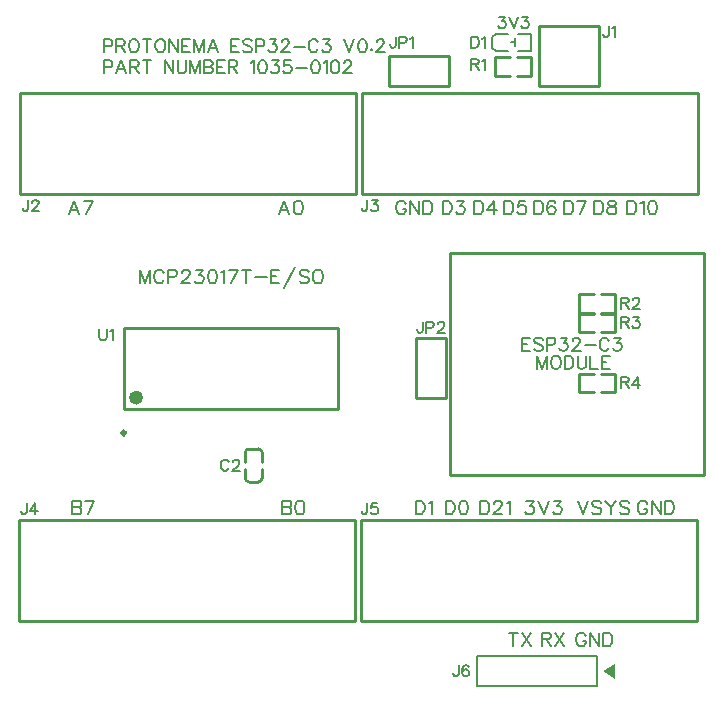
<source format=gto>
G04 Layer: TopSilkscreenLayer*
G04 EasyEDA v6.5.29, 2023-07-20 18:53:58*
G04 ae0c691ece8d4f248acc8e5a997bb802,5a6b42c53f6a479593ecc07194224c93,10*
G04 Gerber Generator version 0.2*
G04 Scale: 100 percent, Rotated: No, Reflected: No *
G04 Dimensions in millimeters *
G04 leading zeros omitted , absolute positions ,4 integer and 5 decimal *
%FSLAX45Y45*%
%MOMM*%

%ADD10C,0.1524*%
%ADD11C,0.2540*%
%ADD12C,0.2032*%
%ADD13C,0.2030*%
%ADD14C,0.1500*%
%ADD15C,0.6000*%
%ADD16C,0.3000*%
%ADD17C,0.0153*%

%LPD*%
D10*
X2991865Y4241037D02*
G01*
X2991865Y4168394D01*
X2987293Y4154678D01*
X2982722Y4150105D01*
X2973577Y4145534D01*
X2964688Y4145534D01*
X2955543Y4150105D01*
X2950972Y4154678D01*
X2946400Y4168394D01*
X2946400Y4177537D01*
X3030981Y4241037D02*
G01*
X3081020Y4241037D01*
X3053588Y4204715D01*
X3067304Y4204715D01*
X3076447Y4200144D01*
X3081020Y4195571D01*
X3085591Y4182110D01*
X3085591Y4172965D01*
X3081020Y4159250D01*
X3071875Y4150105D01*
X3058159Y4145534D01*
X3044697Y4145534D01*
X3030981Y4150105D01*
X3026409Y4154678D01*
X3021838Y4163821D01*
X2991865Y1675637D02*
G01*
X2991865Y1602994D01*
X2987293Y1589278D01*
X2982722Y1584705D01*
X2973577Y1580134D01*
X2964688Y1580134D01*
X2955543Y1584705D01*
X2950972Y1589278D01*
X2946400Y1602994D01*
X2946400Y1612137D01*
X3076447Y1675637D02*
G01*
X3030981Y1675637D01*
X3026409Y1634744D01*
X3030981Y1639315D01*
X3044697Y1643887D01*
X3058159Y1643887D01*
X3071875Y1639315D01*
X3081020Y1630171D01*
X3085591Y1616710D01*
X3085591Y1607565D01*
X3081020Y1593850D01*
X3071875Y1584705D01*
X3058159Y1580134D01*
X3044697Y1580134D01*
X3030981Y1584705D01*
X3026409Y1589278D01*
X3021838Y1598421D01*
X5194300Y4235957D02*
G01*
X5194300Y4121404D01*
X5194300Y4235957D02*
G01*
X5232400Y4235957D01*
X5248909Y4230370D01*
X5259831Y4219447D01*
X5265165Y4208526D01*
X5270754Y4192270D01*
X5270754Y4165092D01*
X5265165Y4148581D01*
X5259831Y4137660D01*
X5248909Y4126737D01*
X5232400Y4121404D01*
X5194300Y4121404D01*
X5306568Y4214113D02*
G01*
X5317490Y4219447D01*
X5334000Y4235957D01*
X5334000Y4121404D01*
X5402579Y4235957D02*
G01*
X5386324Y4230370D01*
X5375402Y4214113D01*
X5369813Y4186681D01*
X5369813Y4170426D01*
X5375402Y4143247D01*
X5386324Y4126737D01*
X5402579Y4121404D01*
X5413502Y4121404D01*
X5430011Y4126737D01*
X5440934Y4143247D01*
X5446268Y4170426D01*
X5446268Y4186681D01*
X5440934Y4214113D01*
X5430011Y4230370D01*
X5413502Y4235957D01*
X5402579Y4235957D01*
X3320288Y4208729D02*
G01*
X3314954Y4219651D01*
X3304031Y4230319D01*
X3293109Y4235907D01*
X3271265Y4235907D01*
X3260343Y4230319D01*
X3249422Y4219651D01*
X3243834Y4208729D01*
X3238500Y4192219D01*
X3238500Y4165041D01*
X3243834Y4148531D01*
X3249422Y4137609D01*
X3260343Y4126687D01*
X3271265Y4121353D01*
X3293109Y4121353D01*
X3304031Y4126687D01*
X3314954Y4137609D01*
X3320288Y4148531D01*
X3320288Y4165041D01*
X3293109Y4165041D02*
G01*
X3320288Y4165041D01*
X3356356Y4235907D02*
G01*
X3356356Y4121353D01*
X3356356Y4235907D02*
G01*
X3432556Y4121353D01*
X3432556Y4235907D02*
G01*
X3432556Y4121353D01*
X3468624Y4235907D02*
G01*
X3468624Y4121353D01*
X3468624Y4235907D02*
G01*
X3506977Y4235907D01*
X3523234Y4230319D01*
X3534156Y4219651D01*
X3539490Y4208729D01*
X3545077Y4192219D01*
X3545077Y4165041D01*
X3539490Y4148531D01*
X3534156Y4137609D01*
X3523234Y4126687D01*
X3506977Y4121353D01*
X3468624Y4121353D01*
X3403600Y1695957D02*
G01*
X3403600Y1581404D01*
X3403600Y1695957D02*
G01*
X3441700Y1695957D01*
X3458209Y1690370D01*
X3469131Y1679447D01*
X3474465Y1668526D01*
X3480054Y1652270D01*
X3480054Y1625092D01*
X3474465Y1608581D01*
X3469131Y1597660D01*
X3458209Y1586737D01*
X3441700Y1581404D01*
X3403600Y1581404D01*
X3515868Y1674113D02*
G01*
X3526790Y1679447D01*
X3543300Y1695957D01*
X3543300Y1581404D01*
X4229100Y578357D02*
G01*
X4229100Y463804D01*
X4191000Y578357D02*
G01*
X4267454Y578357D01*
X4303268Y578357D02*
G01*
X4379722Y463804D01*
X4379722Y578357D02*
G01*
X4303268Y463804D01*
X4470400Y578357D02*
G01*
X4470400Y463804D01*
X4470400Y578357D02*
G01*
X4519422Y578357D01*
X4535931Y572770D01*
X4541265Y567436D01*
X4546854Y556513D01*
X4546854Y545592D01*
X4541265Y534670D01*
X4535931Y529081D01*
X4519422Y523747D01*
X4470400Y523747D01*
X4508500Y523747D02*
G01*
X4546854Y463804D01*
X4582668Y578357D02*
G01*
X4659122Y463804D01*
X4659122Y578357D02*
G01*
X4582668Y463804D01*
X5364988Y1668526D02*
G01*
X5359654Y1679447D01*
X5348731Y1690370D01*
X5337809Y1695957D01*
X5315965Y1695957D01*
X5305043Y1690370D01*
X5294122Y1679447D01*
X5288534Y1668526D01*
X5283200Y1652270D01*
X5283200Y1625092D01*
X5288534Y1608581D01*
X5294122Y1597660D01*
X5305043Y1586737D01*
X5315965Y1581404D01*
X5337809Y1581404D01*
X5348731Y1586737D01*
X5359654Y1597660D01*
X5364988Y1608581D01*
X5364988Y1625092D01*
X5337809Y1625092D02*
G01*
X5364988Y1625092D01*
X5401056Y1695957D02*
G01*
X5401056Y1581404D01*
X5401056Y1695957D02*
G01*
X5477256Y1581404D01*
X5477256Y1695957D02*
G01*
X5477256Y1581404D01*
X5513324Y1695957D02*
G01*
X5513324Y1581404D01*
X5513324Y1695957D02*
G01*
X5551677Y1695957D01*
X5567934Y1690370D01*
X5578856Y1679447D01*
X5584190Y1668526D01*
X5589777Y1652270D01*
X5589777Y1625092D01*
X5584190Y1608581D01*
X5578856Y1597660D01*
X5567934Y1586737D01*
X5551677Y1581404D01*
X5513324Y1581404D01*
X4341622Y1695957D02*
G01*
X4401565Y1695957D01*
X4368800Y1652270D01*
X4385309Y1652270D01*
X4396231Y1646681D01*
X4401565Y1641347D01*
X4407154Y1625092D01*
X4407154Y1614170D01*
X4401565Y1597660D01*
X4390643Y1586737D01*
X4374388Y1581404D01*
X4357877Y1581404D01*
X4341622Y1586737D01*
X4336034Y1592326D01*
X4330700Y1603247D01*
X4442968Y1695957D02*
G01*
X4486656Y1581404D01*
X4530343Y1695957D02*
G01*
X4486656Y1581404D01*
X4577334Y1695957D02*
G01*
X4637277Y1695957D01*
X4604511Y1652270D01*
X4620768Y1652270D01*
X4631690Y1646681D01*
X4637277Y1641347D01*
X4642611Y1625092D01*
X4642611Y1614170D01*
X4637277Y1597660D01*
X4626356Y1586737D01*
X4609845Y1581404D01*
X4593590Y1581404D01*
X4577334Y1586737D01*
X4571745Y1592326D01*
X4566411Y1603247D01*
X4775200Y1695957D02*
G01*
X4818888Y1581404D01*
X4862575Y1695957D02*
G01*
X4818888Y1581404D01*
X4974843Y1679447D02*
G01*
X4963922Y1690370D01*
X4947665Y1695957D01*
X4925822Y1695957D01*
X4909311Y1690370D01*
X4898390Y1679447D01*
X4898390Y1668526D01*
X4903977Y1657604D01*
X4909311Y1652270D01*
X4920234Y1646681D01*
X4953000Y1636013D01*
X4963922Y1630426D01*
X4969256Y1625092D01*
X4974843Y1614170D01*
X4974843Y1597660D01*
X4963922Y1586737D01*
X4947665Y1581404D01*
X4925822Y1581404D01*
X4909311Y1586737D01*
X4898390Y1597660D01*
X5010911Y1695957D02*
G01*
X5054345Y1641347D01*
X5054345Y1581404D01*
X5098034Y1695957D02*
G01*
X5054345Y1641347D01*
X5210556Y1679447D02*
G01*
X5199634Y1690370D01*
X5183124Y1695957D01*
X5161279Y1695957D01*
X5145024Y1690370D01*
X5134102Y1679447D01*
X5134102Y1668526D01*
X5139436Y1657604D01*
X5145024Y1652270D01*
X5155945Y1646681D01*
X5188711Y1636013D01*
X5199634Y1630426D01*
X5204968Y1625092D01*
X5210556Y1614170D01*
X5210556Y1597660D01*
X5199634Y1586737D01*
X5183124Y1581404D01*
X5161279Y1581404D01*
X5145024Y1586737D01*
X5134102Y1597660D01*
X762000Y5423915D02*
G01*
X762000Y5314950D01*
X762000Y5423915D02*
G01*
X808736Y5423915D01*
X824229Y5418836D01*
X829563Y5413502D01*
X834644Y5403087D01*
X834644Y5387594D01*
X829563Y5377179D01*
X824229Y5372100D01*
X808736Y5366765D01*
X762000Y5366765D01*
X910589Y5423915D02*
G01*
X868934Y5314950D01*
X910589Y5423915D02*
G01*
X952245Y5314950D01*
X884681Y5351271D02*
G01*
X936497Y5351271D01*
X986536Y5423915D02*
G01*
X986536Y5314950D01*
X986536Y5423915D02*
G01*
X1033271Y5423915D01*
X1048765Y5418836D01*
X1054100Y5413502D01*
X1059179Y5403087D01*
X1059179Y5392673D01*
X1054100Y5382260D01*
X1048765Y5377179D01*
X1033271Y5372100D01*
X986536Y5372100D01*
X1022857Y5372100D02*
G01*
X1059179Y5314950D01*
X1129792Y5423915D02*
G01*
X1129792Y5314950D01*
X1093470Y5423915D02*
G01*
X1166113Y5423915D01*
X1280413Y5423915D02*
G01*
X1280413Y5314950D01*
X1280413Y5423915D02*
G01*
X1353312Y5314950D01*
X1353312Y5423915D02*
G01*
X1353312Y5314950D01*
X1387602Y5423915D02*
G01*
X1387602Y5345937D01*
X1392681Y5330444D01*
X1403095Y5320029D01*
X1418589Y5314950D01*
X1429004Y5314950D01*
X1444752Y5320029D01*
X1455165Y5330444D01*
X1460245Y5345937D01*
X1460245Y5423915D01*
X1494536Y5423915D02*
G01*
X1494536Y5314950D01*
X1494536Y5423915D02*
G01*
X1536192Y5314950D01*
X1577594Y5423915D02*
G01*
X1536192Y5314950D01*
X1577594Y5423915D02*
G01*
X1577594Y5314950D01*
X1611884Y5423915D02*
G01*
X1611884Y5314950D01*
X1611884Y5423915D02*
G01*
X1658620Y5423915D01*
X1674368Y5418836D01*
X1679447Y5413502D01*
X1684781Y5403087D01*
X1684781Y5392673D01*
X1679447Y5382260D01*
X1674368Y5377179D01*
X1658620Y5372100D01*
X1611884Y5372100D02*
G01*
X1658620Y5372100D01*
X1674368Y5366765D01*
X1679447Y5361686D01*
X1684781Y5351271D01*
X1684781Y5335523D01*
X1679447Y5325110D01*
X1674368Y5320029D01*
X1658620Y5314950D01*
X1611884Y5314950D01*
X1719071Y5423915D02*
G01*
X1719071Y5314950D01*
X1719071Y5423915D02*
G01*
X1786636Y5423915D01*
X1719071Y5372100D02*
G01*
X1760473Y5372100D01*
X1719071Y5314950D02*
G01*
X1786636Y5314950D01*
X1820926Y5423915D02*
G01*
X1820926Y5314950D01*
X1820926Y5423915D02*
G01*
X1867662Y5423915D01*
X1883155Y5418836D01*
X1888489Y5413502D01*
X1893570Y5403087D01*
X1893570Y5392673D01*
X1888489Y5382260D01*
X1883155Y5377179D01*
X1867662Y5372100D01*
X1820926Y5372100D01*
X1857247Y5372100D02*
G01*
X1893570Y5314950D01*
X2007870Y5403087D02*
G01*
X2018284Y5408421D01*
X2033777Y5423915D01*
X2033777Y5314950D01*
X2099309Y5423915D02*
G01*
X2083815Y5418836D01*
X2073402Y5403087D01*
X2068068Y5377179D01*
X2068068Y5361686D01*
X2073402Y5335523D01*
X2083815Y5320029D01*
X2099309Y5314950D01*
X2109724Y5314950D01*
X2125218Y5320029D01*
X2135631Y5335523D01*
X2140965Y5361686D01*
X2140965Y5377179D01*
X2135631Y5403087D01*
X2125218Y5418836D01*
X2109724Y5423915D01*
X2099309Y5423915D01*
X2185670Y5423915D02*
G01*
X2242820Y5423915D01*
X2211577Y5382260D01*
X2227072Y5382260D01*
X2237486Y5377179D01*
X2242820Y5372100D01*
X2247900Y5356352D01*
X2247900Y5345937D01*
X2242820Y5330444D01*
X2232406Y5320029D01*
X2216658Y5314950D01*
X2201163Y5314950D01*
X2185670Y5320029D01*
X2180336Y5325110D01*
X2175256Y5335523D01*
X2344420Y5423915D02*
G01*
X2292604Y5423915D01*
X2287270Y5377179D01*
X2292604Y5382260D01*
X2308097Y5387594D01*
X2323845Y5387594D01*
X2339340Y5382260D01*
X2349754Y5372100D01*
X2354834Y5356352D01*
X2354834Y5345937D01*
X2349754Y5330444D01*
X2339340Y5320029D01*
X2323845Y5314950D01*
X2308097Y5314950D01*
X2292604Y5320029D01*
X2287270Y5325110D01*
X2282190Y5335523D01*
X2389124Y5361686D02*
G01*
X2482850Y5361686D01*
X2548127Y5423915D02*
G01*
X2532634Y5418836D01*
X2522220Y5403087D01*
X2517140Y5377179D01*
X2517140Y5361686D01*
X2522220Y5335523D01*
X2532634Y5320029D01*
X2548127Y5314950D01*
X2558541Y5314950D01*
X2574290Y5320029D01*
X2584450Y5335523D01*
X2589784Y5361686D01*
X2589784Y5377179D01*
X2584450Y5403087D01*
X2574290Y5418836D01*
X2558541Y5423915D01*
X2548127Y5423915D01*
X2624074Y5403087D02*
G01*
X2634488Y5408421D01*
X2649981Y5423915D01*
X2649981Y5314950D01*
X2715513Y5423915D02*
G01*
X2700020Y5418836D01*
X2689606Y5403087D01*
X2684272Y5377179D01*
X2684272Y5361686D01*
X2689606Y5335523D01*
X2700020Y5320029D01*
X2715513Y5314950D01*
X2725927Y5314950D01*
X2741422Y5320029D01*
X2751836Y5335523D01*
X2757170Y5361686D01*
X2757170Y5377179D01*
X2751836Y5403087D01*
X2741422Y5418836D01*
X2725927Y5423915D01*
X2715513Y5423915D01*
X2796540Y5398007D02*
G01*
X2796540Y5403087D01*
X2801620Y5413502D01*
X2806954Y5418836D01*
X2817368Y5423915D01*
X2838195Y5423915D01*
X2848609Y5418836D01*
X2853690Y5413502D01*
X2858770Y5403087D01*
X2858770Y5392673D01*
X2853690Y5382260D01*
X2843275Y5366765D01*
X2791459Y5314950D01*
X2864104Y5314950D01*
X762000Y5601715D02*
G01*
X762000Y5492750D01*
X762000Y5601715D02*
G01*
X808736Y5601715D01*
X824229Y5596636D01*
X829563Y5591302D01*
X834644Y5580887D01*
X834644Y5565394D01*
X829563Y5554979D01*
X824229Y5549900D01*
X808736Y5544565D01*
X762000Y5544565D01*
X868934Y5601715D02*
G01*
X868934Y5492750D01*
X868934Y5601715D02*
G01*
X915670Y5601715D01*
X931418Y5596636D01*
X936497Y5591302D01*
X941831Y5580887D01*
X941831Y5570473D01*
X936497Y5560060D01*
X931418Y5554979D01*
X915670Y5549900D01*
X868934Y5549900D01*
X905510Y5549900D02*
G01*
X941831Y5492750D01*
X1007110Y5601715D02*
G01*
X996950Y5596636D01*
X986536Y5586221D01*
X981202Y5575807D01*
X976121Y5560060D01*
X976121Y5534152D01*
X981202Y5518657D01*
X986536Y5508244D01*
X996950Y5497829D01*
X1007110Y5492750D01*
X1027937Y5492750D01*
X1038352Y5497829D01*
X1048765Y5508244D01*
X1054100Y5518657D01*
X1059179Y5534152D01*
X1059179Y5560060D01*
X1054100Y5575807D01*
X1048765Y5586221D01*
X1038352Y5596636D01*
X1027937Y5601715D01*
X1007110Y5601715D01*
X1129792Y5601715D02*
G01*
X1129792Y5492750D01*
X1093470Y5601715D02*
G01*
X1166113Y5601715D01*
X1231645Y5601715D02*
G01*
X1221231Y5596636D01*
X1210818Y5586221D01*
X1205737Y5575807D01*
X1200404Y5560060D01*
X1200404Y5534152D01*
X1205737Y5518657D01*
X1210818Y5508244D01*
X1221231Y5497829D01*
X1231645Y5492750D01*
X1252473Y5492750D01*
X1262887Y5497829D01*
X1273302Y5508244D01*
X1278381Y5518657D01*
X1283715Y5534152D01*
X1283715Y5560060D01*
X1278381Y5575807D01*
X1273302Y5586221D01*
X1262887Y5596636D01*
X1252473Y5601715D01*
X1231645Y5601715D01*
X1318005Y5601715D02*
G01*
X1318005Y5492750D01*
X1318005Y5601715D02*
G01*
X1390650Y5492750D01*
X1390650Y5601715D02*
G01*
X1390650Y5492750D01*
X1424939Y5601715D02*
G01*
X1424939Y5492750D01*
X1424939Y5601715D02*
G01*
X1492504Y5601715D01*
X1424939Y5549900D02*
G01*
X1466595Y5549900D01*
X1424939Y5492750D02*
G01*
X1492504Y5492750D01*
X1526794Y5601715D02*
G01*
X1526794Y5492750D01*
X1526794Y5601715D02*
G01*
X1568450Y5492750D01*
X1609852Y5601715D02*
G01*
X1568450Y5492750D01*
X1609852Y5601715D02*
G01*
X1609852Y5492750D01*
X1685797Y5601715D02*
G01*
X1644142Y5492750D01*
X1685797Y5601715D02*
G01*
X1727200Y5492750D01*
X1659889Y5529071D02*
G01*
X1711705Y5529071D01*
X1841500Y5601715D02*
G01*
X1841500Y5492750D01*
X1841500Y5601715D02*
G01*
X1909063Y5601715D01*
X1841500Y5549900D02*
G01*
X1883155Y5549900D01*
X1841500Y5492750D02*
G01*
X1909063Y5492750D01*
X2016252Y5586221D02*
G01*
X2005838Y5596636D01*
X1990090Y5601715D01*
X1969515Y5601715D01*
X1953768Y5596636D01*
X1943354Y5586221D01*
X1943354Y5575807D01*
X1948688Y5565394D01*
X1953768Y5560060D01*
X1964181Y5554979D01*
X1995424Y5544565D01*
X2005838Y5539486D01*
X2010918Y5534152D01*
X2016252Y5523737D01*
X2016252Y5508244D01*
X2005838Y5497829D01*
X1990090Y5492750D01*
X1969515Y5492750D01*
X1953768Y5497829D01*
X1943354Y5508244D01*
X2050541Y5601715D02*
G01*
X2050541Y5492750D01*
X2050541Y5601715D02*
G01*
X2097277Y5601715D01*
X2112772Y5596636D01*
X2118106Y5591302D01*
X2123186Y5580887D01*
X2123186Y5565394D01*
X2118106Y5554979D01*
X2112772Y5549900D01*
X2097277Y5544565D01*
X2050541Y5544565D01*
X2167890Y5601715D02*
G01*
X2225040Y5601715D01*
X2193797Y5560060D01*
X2209545Y5560060D01*
X2219959Y5554979D01*
X2225040Y5549900D01*
X2230120Y5534152D01*
X2230120Y5523737D01*
X2225040Y5508244D01*
X2214625Y5497829D01*
X2199131Y5492750D01*
X2183384Y5492750D01*
X2167890Y5497829D01*
X2162809Y5502910D01*
X2157475Y5513323D01*
X2269743Y5575807D02*
G01*
X2269743Y5580887D01*
X2274824Y5591302D01*
X2280158Y5596636D01*
X2290572Y5601715D01*
X2311400Y5601715D01*
X2321559Y5596636D01*
X2326893Y5591302D01*
X2331974Y5580887D01*
X2331974Y5570473D01*
X2326893Y5560060D01*
X2316479Y5544565D01*
X2264409Y5492750D01*
X2337308Y5492750D01*
X2371597Y5539486D02*
G01*
X2465070Y5539486D01*
X2577338Y5575807D02*
G01*
X2572004Y5586221D01*
X2561590Y5596636D01*
X2551429Y5601715D01*
X2530602Y5601715D01*
X2520188Y5596636D01*
X2509774Y5586221D01*
X2504440Y5575807D01*
X2499359Y5560060D01*
X2499359Y5534152D01*
X2504440Y5518657D01*
X2509774Y5508244D01*
X2520188Y5497829D01*
X2530602Y5492750D01*
X2551429Y5492750D01*
X2561590Y5497829D01*
X2572004Y5508244D01*
X2577338Y5518657D01*
X2622041Y5601715D02*
G01*
X2679191Y5601715D01*
X2647950Y5560060D01*
X2663443Y5560060D01*
X2673858Y5554979D01*
X2679191Y5549900D01*
X2684272Y5534152D01*
X2684272Y5523737D01*
X2679191Y5508244D01*
X2668777Y5497829D01*
X2653029Y5492750D01*
X2637536Y5492750D01*
X2622041Y5497829D01*
X2616708Y5502910D01*
X2611627Y5513323D01*
X2798572Y5601715D02*
G01*
X2840227Y5492750D01*
X2881629Y5601715D02*
G01*
X2840227Y5492750D01*
X2947161Y5601715D02*
G01*
X2931668Y5596636D01*
X2921254Y5580887D01*
X2915920Y5554979D01*
X2915920Y5539486D01*
X2921254Y5513323D01*
X2931668Y5497829D01*
X2947161Y5492750D01*
X2957575Y5492750D01*
X2973070Y5497829D01*
X2983484Y5513323D01*
X2988818Y5539486D01*
X2988818Y5554979D01*
X2983484Y5580887D01*
X2973070Y5596636D01*
X2957575Y5601715D01*
X2947161Y5601715D01*
X3028188Y5518657D02*
G01*
X3023108Y5513323D01*
X3028188Y5508244D01*
X3033522Y5513323D01*
X3028188Y5518657D01*
X3072891Y5575807D02*
G01*
X3072891Y5580887D01*
X3078225Y5591302D01*
X3083306Y5596636D01*
X3093720Y5601715D01*
X3114547Y5601715D01*
X3124961Y5596636D01*
X3130041Y5591302D01*
X3135375Y5580887D01*
X3135375Y5570473D01*
X3130041Y5560060D01*
X3119627Y5544565D01*
X3067811Y5492750D01*
X3140456Y5492750D01*
X4111243Y5790437D02*
G01*
X4161281Y5790437D01*
X4133850Y5754115D01*
X4147565Y5754115D01*
X4156709Y5749544D01*
X4161281Y5744971D01*
X4165854Y5731510D01*
X4165854Y5722365D01*
X4161281Y5708650D01*
X4152138Y5699505D01*
X4138422Y5694934D01*
X4124706Y5694934D01*
X4111243Y5699505D01*
X4106672Y5704078D01*
X4102100Y5713221D01*
X4195825Y5790437D02*
G01*
X4232147Y5694934D01*
X4268470Y5790437D02*
G01*
X4232147Y5694934D01*
X4307586Y5790437D02*
G01*
X4357624Y5790437D01*
X4330191Y5754115D01*
X4343908Y5754115D01*
X4353052Y5749544D01*
X4357624Y5744971D01*
X4362195Y5731510D01*
X4362195Y5722365D01*
X4357624Y5708650D01*
X4348479Y5699505D01*
X4334763Y5694934D01*
X4321302Y5694934D01*
X4307586Y5699505D01*
X4303013Y5704078D01*
X4298441Y5713221D01*
X4844288Y550926D02*
G01*
X4838954Y561847D01*
X4828031Y572770D01*
X4817109Y578357D01*
X4795265Y578357D01*
X4784343Y572770D01*
X4773422Y561847D01*
X4767834Y550926D01*
X4762500Y534670D01*
X4762500Y507492D01*
X4767834Y490981D01*
X4773422Y480060D01*
X4784343Y469137D01*
X4795265Y463804D01*
X4817109Y463804D01*
X4828031Y469137D01*
X4838954Y480060D01*
X4844288Y490981D01*
X4844288Y507492D01*
X4817109Y507492D02*
G01*
X4844288Y507492D01*
X4880356Y578357D02*
G01*
X4880356Y463804D01*
X4880356Y578357D02*
G01*
X4956556Y463804D01*
X4956556Y578357D02*
G01*
X4956556Y463804D01*
X4992624Y578357D02*
G01*
X4992624Y463804D01*
X4992624Y578357D02*
G01*
X5030977Y578357D01*
X5047234Y572770D01*
X5058156Y561847D01*
X5063490Y550926D01*
X5069077Y534670D01*
X5069077Y507492D01*
X5063490Y490981D01*
X5058156Y480060D01*
X5047234Y469137D01*
X5030977Y463804D01*
X4992624Y463804D01*
X5036565Y5714237D02*
G01*
X5036565Y5641594D01*
X5031993Y5627878D01*
X5027422Y5623305D01*
X5018277Y5618734D01*
X5009388Y5618734D01*
X5000243Y5623305D01*
X4995672Y5627878D01*
X4991100Y5641594D01*
X4991100Y5650737D01*
X5066538Y5696204D02*
G01*
X5075681Y5700776D01*
X5089397Y5714237D01*
X5089397Y5618734D01*
X3233165Y5625337D02*
G01*
X3233165Y5552694D01*
X3228593Y5538978D01*
X3224022Y5534405D01*
X3214877Y5529834D01*
X3205988Y5529834D01*
X3196843Y5534405D01*
X3192272Y5538978D01*
X3187700Y5552694D01*
X3187700Y5561837D01*
X3263138Y5625337D02*
G01*
X3263138Y5529834D01*
X3263138Y5625337D02*
G01*
X3304031Y5625337D01*
X3317747Y5620765D01*
X3322320Y5616194D01*
X3326891Y5607304D01*
X3326891Y5593587D01*
X3322320Y5584444D01*
X3317747Y5579871D01*
X3304031Y5575300D01*
X3263138Y5575300D01*
X3356863Y5607304D02*
G01*
X3366008Y5611876D01*
X3379470Y5625337D01*
X3379470Y5529834D01*
X3632200Y4235957D02*
G01*
X3632200Y4121404D01*
X3632200Y4235957D02*
G01*
X3670300Y4235957D01*
X3686809Y4230370D01*
X3697731Y4219447D01*
X3703065Y4208526D01*
X3708654Y4192270D01*
X3708654Y4165092D01*
X3703065Y4148581D01*
X3697731Y4137660D01*
X3686809Y4126737D01*
X3670300Y4121404D01*
X3632200Y4121404D01*
X3755390Y4235957D02*
G01*
X3815588Y4235957D01*
X3782822Y4192270D01*
X3799077Y4192270D01*
X3810000Y4186681D01*
X3815588Y4181347D01*
X3820922Y4165092D01*
X3820922Y4154170D01*
X3815588Y4137660D01*
X3804665Y4126737D01*
X3788156Y4121404D01*
X3771900Y4121404D01*
X3755390Y4126737D01*
X3750056Y4132326D01*
X3744468Y4143247D01*
X3657600Y1695957D02*
G01*
X3657600Y1581404D01*
X3657600Y1695957D02*
G01*
X3695700Y1695957D01*
X3712209Y1690370D01*
X3723131Y1679447D01*
X3728465Y1668526D01*
X3734054Y1652270D01*
X3734054Y1625092D01*
X3728465Y1608581D01*
X3723131Y1597660D01*
X3712209Y1586737D01*
X3695700Y1581404D01*
X3657600Y1581404D01*
X3802634Y1695957D02*
G01*
X3786377Y1690370D01*
X3775456Y1674113D01*
X3769868Y1646681D01*
X3769868Y1630426D01*
X3775456Y1603247D01*
X3786377Y1586737D01*
X3802634Y1581404D01*
X3813556Y1581404D01*
X3830065Y1586737D01*
X3840988Y1603247D01*
X3846322Y1630426D01*
X3846322Y1646681D01*
X3840988Y1674113D01*
X3830065Y1690370D01*
X3813556Y1695957D01*
X3802634Y1695957D01*
X3949700Y1695957D02*
G01*
X3949700Y1581404D01*
X3949700Y1695957D02*
G01*
X3987800Y1695957D01*
X4004309Y1690370D01*
X4015231Y1679447D01*
X4020565Y1668526D01*
X4026154Y1652270D01*
X4026154Y1625092D01*
X4020565Y1608581D01*
X4015231Y1597660D01*
X4004309Y1586737D01*
X3987800Y1581404D01*
X3949700Y1581404D01*
X4067556Y1668526D02*
G01*
X4067556Y1674113D01*
X4072890Y1685036D01*
X4078477Y1690370D01*
X4089400Y1695957D01*
X4111243Y1695957D01*
X4122165Y1690370D01*
X4127500Y1685036D01*
X4133088Y1674113D01*
X4133088Y1663192D01*
X4127500Y1652270D01*
X4116577Y1636013D01*
X4061968Y1581404D01*
X4138422Y1581404D01*
X4174490Y1674113D02*
G01*
X4185411Y1679447D01*
X4201668Y1695957D01*
X4201668Y1581404D01*
X4914900Y4235957D02*
G01*
X4914900Y4121404D01*
X4914900Y4235957D02*
G01*
X4953000Y4235957D01*
X4969509Y4230370D01*
X4980431Y4219447D01*
X4985765Y4208526D01*
X4991354Y4192270D01*
X4991354Y4165092D01*
X4985765Y4148581D01*
X4980431Y4137660D01*
X4969509Y4126737D01*
X4953000Y4121404D01*
X4914900Y4121404D01*
X5054600Y4235957D02*
G01*
X5038090Y4230370D01*
X5032756Y4219447D01*
X5032756Y4208526D01*
X5038090Y4197604D01*
X5049011Y4192270D01*
X5070856Y4186681D01*
X5087365Y4181347D01*
X5098288Y4170426D01*
X5103622Y4159504D01*
X5103622Y4143247D01*
X5098288Y4132326D01*
X5092700Y4126737D01*
X5076443Y4121404D01*
X5054600Y4121404D01*
X5038090Y4126737D01*
X5032756Y4132326D01*
X5027168Y4143247D01*
X5027168Y4159504D01*
X5032756Y4170426D01*
X5043677Y4181347D01*
X5059934Y4186681D01*
X5081777Y4192270D01*
X5092700Y4197604D01*
X5098288Y4208526D01*
X5098288Y4219447D01*
X5092700Y4230370D01*
X5076443Y4235957D01*
X5054600Y4235957D01*
X4660900Y4235957D02*
G01*
X4660900Y4121404D01*
X4660900Y4235957D02*
G01*
X4699000Y4235957D01*
X4715509Y4230370D01*
X4726431Y4219447D01*
X4731765Y4208526D01*
X4737354Y4192270D01*
X4737354Y4165092D01*
X4731765Y4148581D01*
X4726431Y4137660D01*
X4715509Y4126737D01*
X4699000Y4121404D01*
X4660900Y4121404D01*
X4849622Y4235957D02*
G01*
X4795011Y4121404D01*
X4773168Y4235957D02*
G01*
X4849622Y4235957D01*
X4406900Y4235957D02*
G01*
X4406900Y4121404D01*
X4406900Y4235957D02*
G01*
X4445000Y4235957D01*
X4461509Y4230370D01*
X4472431Y4219447D01*
X4477765Y4208526D01*
X4483354Y4192270D01*
X4483354Y4165092D01*
X4477765Y4148581D01*
X4472431Y4137660D01*
X4461509Y4126737D01*
X4445000Y4121404D01*
X4406900Y4121404D01*
X4584700Y4219447D02*
G01*
X4579365Y4230370D01*
X4562856Y4235957D01*
X4551934Y4235957D01*
X4535677Y4230370D01*
X4524756Y4214113D01*
X4519168Y4186681D01*
X4519168Y4159504D01*
X4524756Y4137660D01*
X4535677Y4126737D01*
X4551934Y4121404D01*
X4557522Y4121404D01*
X4573777Y4126737D01*
X4584700Y4137660D01*
X4590288Y4154170D01*
X4590288Y4159504D01*
X4584700Y4176013D01*
X4573777Y4186681D01*
X4557522Y4192270D01*
X4551934Y4192270D01*
X4535677Y4186681D01*
X4524756Y4176013D01*
X4519168Y4159504D01*
X4152900Y4235957D02*
G01*
X4152900Y4121404D01*
X4152900Y4235957D02*
G01*
X4191000Y4235957D01*
X4207509Y4230370D01*
X4218431Y4219447D01*
X4223765Y4208526D01*
X4229354Y4192270D01*
X4229354Y4165092D01*
X4223765Y4148581D01*
X4218431Y4137660D01*
X4207509Y4126737D01*
X4191000Y4121404D01*
X4152900Y4121404D01*
X4330700Y4235957D02*
G01*
X4276090Y4235957D01*
X4270756Y4186681D01*
X4276090Y4192270D01*
X4292600Y4197604D01*
X4308856Y4197604D01*
X4325365Y4192270D01*
X4336288Y4181347D01*
X4341622Y4165092D01*
X4341622Y4154170D01*
X4336288Y4137660D01*
X4325365Y4126737D01*
X4308856Y4121404D01*
X4292600Y4121404D01*
X4276090Y4126737D01*
X4270756Y4132326D01*
X4265168Y4143247D01*
X3898900Y4235957D02*
G01*
X3898900Y4121404D01*
X3898900Y4235957D02*
G01*
X3937000Y4235957D01*
X3953509Y4230370D01*
X3964431Y4219447D01*
X3969765Y4208526D01*
X3975354Y4192270D01*
X3975354Y4165092D01*
X3969765Y4148581D01*
X3964431Y4137660D01*
X3953509Y4126737D01*
X3937000Y4121404D01*
X3898900Y4121404D01*
X4065777Y4235957D02*
G01*
X4011168Y4159504D01*
X4092956Y4159504D01*
X4065777Y4235957D02*
G01*
X4065777Y4121404D01*
X4305300Y3074415D02*
G01*
X4305300Y2965450D01*
X4305300Y3074415D02*
G01*
X4372863Y3074415D01*
X4305300Y3022600D02*
G01*
X4346956Y3022600D01*
X4305300Y2965450D02*
G01*
X4372863Y2965450D01*
X4479797Y3058921D02*
G01*
X4469384Y3069336D01*
X4453890Y3074415D01*
X4433061Y3074415D01*
X4417568Y3069336D01*
X4407154Y3058921D01*
X4407154Y3048507D01*
X4412234Y3038094D01*
X4417568Y3032760D01*
X4427981Y3027679D01*
X4458970Y3017265D01*
X4469384Y3012186D01*
X4474718Y3006852D01*
X4479797Y2996437D01*
X4479797Y2980944D01*
X4469384Y2970529D01*
X4453890Y2965450D01*
X4433061Y2965450D01*
X4417568Y2970529D01*
X4407154Y2980944D01*
X4514088Y3074415D02*
G01*
X4514088Y2965450D01*
X4514088Y3074415D02*
G01*
X4560824Y3074415D01*
X4576572Y3069336D01*
X4581652Y3064002D01*
X4586986Y3053587D01*
X4586986Y3038094D01*
X4581652Y3027679D01*
X4576572Y3022600D01*
X4560824Y3017265D01*
X4514088Y3017265D01*
X4631690Y3074415D02*
G01*
X4688840Y3074415D01*
X4657597Y3032760D01*
X4673091Y3032760D01*
X4683506Y3027679D01*
X4688840Y3022600D01*
X4693920Y3006852D01*
X4693920Y2996437D01*
X4688840Y2980944D01*
X4678425Y2970529D01*
X4662677Y2965450D01*
X4647184Y2965450D01*
X4631690Y2970529D01*
X4626356Y2975610D01*
X4621275Y2986023D01*
X4733290Y3048507D02*
G01*
X4733290Y3053587D01*
X4738624Y3064002D01*
X4743704Y3069336D01*
X4754118Y3074415D01*
X4774945Y3074415D01*
X4785359Y3069336D01*
X4790440Y3064002D01*
X4795774Y3053587D01*
X4795774Y3043173D01*
X4790440Y3032760D01*
X4780279Y3017265D01*
X4728209Y2965450D01*
X4800854Y2965450D01*
X4835143Y3012186D02*
G01*
X4928870Y3012186D01*
X5040884Y3048507D02*
G01*
X5035804Y3058921D01*
X5025390Y3069336D01*
X5014975Y3074415D01*
X4994147Y3074415D01*
X4983734Y3069336D01*
X4973320Y3058921D01*
X4968240Y3048507D01*
X4963159Y3032760D01*
X4963159Y3006852D01*
X4968240Y2991357D01*
X4973320Y2980944D01*
X4983734Y2970529D01*
X4994147Y2965450D01*
X5014975Y2965450D01*
X5025390Y2970529D01*
X5035804Y2980944D01*
X5040884Y2991357D01*
X5085588Y3074415D02*
G01*
X5142738Y3074415D01*
X5111750Y3032760D01*
X5127243Y3032760D01*
X5137658Y3027679D01*
X5142738Y3022600D01*
X5148072Y3006852D01*
X5148072Y2996437D01*
X5142738Y2980944D01*
X5132324Y2970529D01*
X5116829Y2965450D01*
X5101336Y2965450D01*
X5085588Y2970529D01*
X5080508Y2975610D01*
X5075174Y2986023D01*
X4432300Y2922015D02*
G01*
X4432300Y2813050D01*
X4432300Y2922015D02*
G01*
X4473956Y2813050D01*
X4515358Y2922015D02*
G01*
X4473956Y2813050D01*
X4515358Y2922015D02*
G01*
X4515358Y2813050D01*
X4580890Y2922015D02*
G01*
X4570475Y2916936D01*
X4560061Y2906521D01*
X4554981Y2896107D01*
X4549647Y2880360D01*
X4549647Y2854452D01*
X4554981Y2838957D01*
X4560061Y2828544D01*
X4570475Y2818129D01*
X4580890Y2813050D01*
X4601718Y2813050D01*
X4612131Y2818129D01*
X4622545Y2828544D01*
X4627625Y2838957D01*
X4632959Y2854452D01*
X4632959Y2880360D01*
X4627625Y2896107D01*
X4622545Y2906521D01*
X4612131Y2916936D01*
X4601718Y2922015D01*
X4580890Y2922015D01*
X4667250Y2922015D02*
G01*
X4667250Y2813050D01*
X4667250Y2922015D02*
G01*
X4703572Y2922015D01*
X4719065Y2916936D01*
X4729479Y2906521D01*
X4734559Y2896107D01*
X4739893Y2880360D01*
X4739893Y2854452D01*
X4734559Y2838957D01*
X4729479Y2828544D01*
X4719065Y2818129D01*
X4703572Y2813050D01*
X4667250Y2813050D01*
X4774184Y2922015D02*
G01*
X4774184Y2844037D01*
X4779263Y2828544D01*
X4789677Y2818129D01*
X4805425Y2813050D01*
X4815840Y2813050D01*
X4831334Y2818129D01*
X4841747Y2828544D01*
X4846827Y2844037D01*
X4846827Y2922015D01*
X4881118Y2922015D02*
G01*
X4881118Y2813050D01*
X4881118Y2813050D02*
G01*
X4943602Y2813050D01*
X4977891Y2922015D02*
G01*
X4977891Y2813050D01*
X4977891Y2922015D02*
G01*
X5045456Y2922015D01*
X4977891Y2870200D02*
G01*
X5019293Y2870200D01*
X4977891Y2813050D02*
G01*
X5045456Y2813050D01*
X495300Y1695957D02*
G01*
X495300Y1581404D01*
X495300Y1695957D02*
G01*
X544321Y1695957D01*
X560831Y1690370D01*
X566165Y1685036D01*
X571754Y1674113D01*
X571754Y1663192D01*
X566165Y1652270D01*
X560831Y1646681D01*
X544321Y1641347D01*
X495300Y1641347D02*
G01*
X544321Y1641347D01*
X560831Y1636013D01*
X566165Y1630426D01*
X571754Y1619504D01*
X571754Y1603247D01*
X566165Y1592326D01*
X560831Y1586737D01*
X544321Y1581404D01*
X495300Y1581404D01*
X684021Y1695957D02*
G01*
X629412Y1581404D01*
X607568Y1695957D02*
G01*
X684021Y1695957D01*
X108965Y1675637D02*
G01*
X108965Y1602994D01*
X104394Y1589278D01*
X99821Y1584705D01*
X90678Y1580134D01*
X81787Y1580134D01*
X72644Y1584705D01*
X68071Y1589278D01*
X63500Y1602994D01*
X63500Y1612137D01*
X184404Y1675637D02*
G01*
X138937Y1612137D01*
X207010Y1612137D01*
X184404Y1675637D02*
G01*
X184404Y1580134D01*
X2273300Y1695957D02*
G01*
X2273300Y1581404D01*
X2273300Y1695957D02*
G01*
X2322322Y1695957D01*
X2338831Y1690370D01*
X2344165Y1685036D01*
X2349754Y1674113D01*
X2349754Y1663192D01*
X2344165Y1652270D01*
X2338831Y1646681D01*
X2322322Y1641347D01*
X2273300Y1641347D02*
G01*
X2322322Y1641347D01*
X2338831Y1636013D01*
X2344165Y1630426D01*
X2349754Y1619504D01*
X2349754Y1603247D01*
X2344165Y1592326D01*
X2338831Y1586737D01*
X2322322Y1581404D01*
X2273300Y1581404D01*
X2418334Y1695957D02*
G01*
X2402077Y1690370D01*
X2391156Y1674113D01*
X2385568Y1646681D01*
X2385568Y1630426D01*
X2391156Y1603247D01*
X2402077Y1586737D01*
X2418334Y1581404D01*
X2429256Y1581404D01*
X2445765Y1586737D01*
X2456688Y1603247D01*
X2462022Y1630426D01*
X2462022Y1646681D01*
X2456688Y1674113D01*
X2445765Y1690370D01*
X2429256Y1695957D01*
X2418334Y1695957D01*
X3461765Y3212337D02*
G01*
X3461765Y3139694D01*
X3457193Y3125978D01*
X3452622Y3121405D01*
X3443477Y3116834D01*
X3434588Y3116834D01*
X3425443Y3121405D01*
X3420872Y3125978D01*
X3416300Y3139694D01*
X3416300Y3148837D01*
X3491738Y3212337D02*
G01*
X3491738Y3116834D01*
X3491738Y3212337D02*
G01*
X3532631Y3212337D01*
X3546347Y3207765D01*
X3550920Y3203194D01*
X3555491Y3194304D01*
X3555491Y3180587D01*
X3550920Y3171444D01*
X3546347Y3166871D01*
X3532631Y3162300D01*
X3491738Y3162300D01*
X3590036Y3189731D02*
G01*
X3590036Y3194304D01*
X3594608Y3203194D01*
X3598925Y3207765D01*
X3608070Y3212337D01*
X3626358Y3212337D01*
X3635502Y3207765D01*
X3639820Y3203194D01*
X3644391Y3194304D01*
X3644391Y3185160D01*
X3639820Y3176015D01*
X3630929Y3162300D01*
X3585463Y3116834D01*
X3648963Y3116834D01*
X1066800Y3651757D02*
G01*
X1066800Y3537204D01*
X1066800Y3651757D02*
G01*
X1110487Y3537204D01*
X1154176Y3651757D02*
G01*
X1110487Y3537204D01*
X1154176Y3651757D02*
G01*
X1154176Y3537204D01*
X1271778Y3624326D02*
G01*
X1266444Y3635247D01*
X1255521Y3646170D01*
X1244600Y3651757D01*
X1222755Y3651757D01*
X1211834Y3646170D01*
X1200912Y3635247D01*
X1195578Y3624326D01*
X1189989Y3608070D01*
X1189989Y3580892D01*
X1195578Y3564381D01*
X1200912Y3553460D01*
X1211834Y3542537D01*
X1222755Y3537204D01*
X1244600Y3537204D01*
X1255521Y3542537D01*
X1266444Y3553460D01*
X1271778Y3564381D01*
X1307845Y3651757D02*
G01*
X1307845Y3537204D01*
X1307845Y3651757D02*
G01*
X1356868Y3651757D01*
X1373378Y3646170D01*
X1378712Y3640836D01*
X1384300Y3629913D01*
X1384300Y3613404D01*
X1378712Y3602481D01*
X1373378Y3597147D01*
X1356868Y3591813D01*
X1307845Y3591813D01*
X1425702Y3624326D02*
G01*
X1425702Y3629913D01*
X1431036Y3640836D01*
X1436623Y3646170D01*
X1447545Y3651757D01*
X1469389Y3651757D01*
X1480312Y3646170D01*
X1485645Y3640836D01*
X1491234Y3629913D01*
X1491234Y3618992D01*
X1485645Y3608070D01*
X1474723Y3591813D01*
X1420368Y3537204D01*
X1496568Y3537204D01*
X1543557Y3651757D02*
G01*
X1603502Y3651757D01*
X1570736Y3608070D01*
X1587245Y3608070D01*
X1598168Y3602481D01*
X1603502Y3597147D01*
X1609089Y3580892D01*
X1609089Y3569970D01*
X1603502Y3553460D01*
X1592579Y3542537D01*
X1576323Y3537204D01*
X1559813Y3537204D01*
X1543557Y3542537D01*
X1537970Y3548126D01*
X1532636Y3559047D01*
X1677670Y3651757D02*
G01*
X1661413Y3646170D01*
X1650492Y3629913D01*
X1644904Y3602481D01*
X1644904Y3586226D01*
X1650492Y3559047D01*
X1661413Y3542537D01*
X1677670Y3537204D01*
X1688592Y3537204D01*
X1705102Y3542537D01*
X1715770Y3559047D01*
X1721357Y3586226D01*
X1721357Y3602481D01*
X1715770Y3629913D01*
X1705102Y3646170D01*
X1688592Y3651757D01*
X1677670Y3651757D01*
X1757426Y3629913D02*
G01*
X1768347Y3635247D01*
X1784604Y3651757D01*
X1784604Y3537204D01*
X1896871Y3651757D02*
G01*
X1842515Y3537204D01*
X1820671Y3651757D02*
G01*
X1896871Y3651757D01*
X1971040Y3651757D02*
G01*
X1971040Y3537204D01*
X1932940Y3651757D02*
G01*
X2009393Y3651757D01*
X2045461Y3586226D02*
G01*
X2143506Y3586226D01*
X2179574Y3651757D02*
G01*
X2179574Y3537204D01*
X2179574Y3651757D02*
G01*
X2250440Y3651757D01*
X2179574Y3597147D02*
G01*
X2223261Y3597147D01*
X2179574Y3537204D02*
G01*
X2250440Y3537204D01*
X2384552Y3673602D02*
G01*
X2286508Y3498850D01*
X2497074Y3635247D02*
G01*
X2486152Y3646170D01*
X2469641Y3651757D01*
X2447797Y3651757D01*
X2431541Y3646170D01*
X2420620Y3635247D01*
X2420620Y3624326D01*
X2425954Y3613404D01*
X2431541Y3608070D01*
X2442463Y3602481D01*
X2475229Y3591813D01*
X2486152Y3586226D01*
X2491486Y3580892D01*
X2497074Y3569970D01*
X2497074Y3553460D01*
X2486152Y3542537D01*
X2469641Y3537204D01*
X2447797Y3537204D01*
X2431541Y3542537D01*
X2420620Y3553460D01*
X2565654Y3651757D02*
G01*
X2554731Y3646170D01*
X2543809Y3635247D01*
X2538475Y3624326D01*
X2532888Y3608070D01*
X2532888Y3580892D01*
X2538475Y3564381D01*
X2543809Y3553460D01*
X2554731Y3542537D01*
X2565654Y3537204D01*
X2587497Y3537204D01*
X2598420Y3542537D01*
X2609341Y3553460D01*
X2614675Y3564381D01*
X2620263Y3580892D01*
X2620263Y3608070D01*
X2614675Y3624326D01*
X2609341Y3635247D01*
X2598420Y3646170D01*
X2587497Y3651757D01*
X2565654Y3651757D01*
X121665Y4241037D02*
G01*
X121665Y4168394D01*
X117094Y4154678D01*
X112521Y4150105D01*
X103378Y4145534D01*
X94487Y4145534D01*
X85344Y4150105D01*
X80771Y4154678D01*
X76200Y4168394D01*
X76200Y4177537D01*
X156210Y4218431D02*
G01*
X156210Y4223004D01*
X160781Y4231894D01*
X165354Y4236465D01*
X174497Y4241037D01*
X192531Y4241037D01*
X201676Y4236465D01*
X206247Y4231894D01*
X210820Y4223004D01*
X210820Y4213860D01*
X206247Y4204715D01*
X197104Y4191000D01*
X151637Y4145534D01*
X215392Y4145534D01*
X2291588Y4235957D02*
G01*
X2247900Y4121404D01*
X2291588Y4235957D02*
G01*
X2335275Y4121404D01*
X2264156Y4159504D02*
G01*
X2318765Y4159504D01*
X2403856Y4235957D02*
G01*
X2387600Y4230370D01*
X2376677Y4214113D01*
X2371090Y4186681D01*
X2371090Y4170426D01*
X2376677Y4143247D01*
X2387600Y4126737D01*
X2403856Y4121404D01*
X2414777Y4121404D01*
X2431288Y4126737D01*
X2441956Y4143247D01*
X2447543Y4170426D01*
X2447543Y4186681D01*
X2441956Y4214113D01*
X2431288Y4230370D01*
X2414777Y4235957D01*
X2403856Y4235957D01*
X513587Y4235907D02*
G01*
X469900Y4121353D01*
X513587Y4235907D02*
G01*
X557276Y4121353D01*
X486155Y4159453D02*
G01*
X540765Y4159453D01*
X669544Y4235907D02*
G01*
X614934Y4121353D01*
X593089Y4235907D02*
G01*
X669544Y4235907D01*
X5143500Y2742437D02*
G01*
X5143500Y2646934D01*
X5143500Y2742437D02*
G01*
X5184393Y2742437D01*
X5198109Y2737865D01*
X5202681Y2733294D01*
X5207254Y2724404D01*
X5207254Y2715260D01*
X5202681Y2706115D01*
X5198109Y2701544D01*
X5184393Y2696971D01*
X5143500Y2696971D01*
X5175250Y2696971D02*
G01*
X5207254Y2646934D01*
X5282691Y2742437D02*
G01*
X5237225Y2678937D01*
X5305297Y2678937D01*
X5282691Y2742437D02*
G01*
X5282691Y2646934D01*
X5143500Y3250437D02*
G01*
X5143500Y3154934D01*
X5143500Y3250437D02*
G01*
X5184393Y3250437D01*
X5198109Y3245865D01*
X5202681Y3241294D01*
X5207254Y3232404D01*
X5207254Y3223260D01*
X5202681Y3214115D01*
X5198109Y3209544D01*
X5184393Y3204971D01*
X5143500Y3204971D01*
X5175250Y3204971D02*
G01*
X5207254Y3154934D01*
X5246115Y3250437D02*
G01*
X5296154Y3250437D01*
X5268975Y3214115D01*
X5282691Y3214115D01*
X5291581Y3209544D01*
X5296154Y3204971D01*
X5300725Y3191510D01*
X5300725Y3182365D01*
X5296154Y3168650D01*
X5287009Y3159505D01*
X5273547Y3154934D01*
X5259831Y3154934D01*
X5246115Y3159505D01*
X5241797Y3164078D01*
X5237225Y3173221D01*
X5143492Y3415609D02*
G01*
X5143492Y3320153D01*
X5143492Y3415609D02*
G01*
X5184401Y3415609D01*
X5198038Y3411062D01*
X5202582Y3406518D01*
X5207129Y3397427D01*
X5207129Y3388337D01*
X5202582Y3379246D01*
X5198038Y3374699D01*
X5184401Y3370153D01*
X5143492Y3370153D01*
X5175310Y3370153D02*
G01*
X5207129Y3320153D01*
X5241673Y3392881D02*
G01*
X5241673Y3397427D01*
X5246220Y3406518D01*
X5250764Y3411062D01*
X5259854Y3415609D01*
X5278038Y3415609D01*
X5287129Y3411062D01*
X5291673Y3406518D01*
X5296220Y3397427D01*
X5296220Y3388337D01*
X5291673Y3379246D01*
X5282582Y3365609D01*
X5237129Y3320153D01*
X5300764Y3320153D01*
X1820786Y2021281D02*
G01*
X1816242Y2030371D01*
X1807151Y2039462D01*
X1798058Y2044009D01*
X1779877Y2044009D01*
X1770786Y2039462D01*
X1761695Y2030371D01*
X1757151Y2021281D01*
X1752605Y2007646D01*
X1752605Y1984918D01*
X1757151Y1971281D01*
X1761695Y1962190D01*
X1770786Y1953099D01*
X1779877Y1948553D01*
X1798058Y1948553D01*
X1807151Y1953099D01*
X1816242Y1962190D01*
X1820786Y1971281D01*
X1855332Y2021281D02*
G01*
X1855332Y2025827D01*
X1859876Y2034918D01*
X1864423Y2039462D01*
X1873514Y2044009D01*
X1891695Y2044009D01*
X1900786Y2039462D01*
X1905332Y2034918D01*
X1909876Y2025827D01*
X1909876Y2016737D01*
X1905332Y2007646D01*
X1896242Y1994009D01*
X1850786Y1948553D01*
X1914423Y1948553D01*
X3766565Y304037D02*
G01*
X3766565Y231394D01*
X3761993Y217678D01*
X3757422Y213105D01*
X3748277Y208534D01*
X3739388Y208534D01*
X3730243Y213105D01*
X3725672Y217678D01*
X3721100Y231394D01*
X3721100Y240537D01*
X3851147Y290576D02*
G01*
X3846575Y299465D01*
X3832859Y304037D01*
X3823715Y304037D01*
X3810254Y299465D01*
X3801109Y286004D01*
X3796538Y263144D01*
X3796538Y240537D01*
X3801109Y222250D01*
X3810254Y213105D01*
X3823715Y208534D01*
X3828288Y208534D01*
X3842004Y213105D01*
X3851147Y222250D01*
X3855720Y235965D01*
X3855720Y240537D01*
X3851147Y254000D01*
X3842004Y263144D01*
X3828288Y267715D01*
X3823715Y267715D01*
X3810254Y263144D01*
X3801109Y254000D01*
X3796538Y240537D01*
X3873500Y5625337D02*
G01*
X3873500Y5529834D01*
X3873500Y5625337D02*
G01*
X3905250Y5625337D01*
X3918965Y5620765D01*
X3928109Y5611876D01*
X3932681Y5602731D01*
X3937254Y5589015D01*
X3937254Y5566410D01*
X3932681Y5552694D01*
X3928109Y5543550D01*
X3918965Y5534405D01*
X3905250Y5529834D01*
X3873500Y5529834D01*
X3967225Y5607304D02*
G01*
X3976115Y5611876D01*
X3989831Y5625337D01*
X3989831Y5529834D01*
X3873500Y5434837D02*
G01*
X3873500Y5339334D01*
X3873500Y5434837D02*
G01*
X3914393Y5434837D01*
X3928109Y5430265D01*
X3932681Y5425694D01*
X3937254Y5416804D01*
X3937254Y5407660D01*
X3932681Y5398515D01*
X3928109Y5393944D01*
X3914393Y5389371D01*
X3873500Y5389371D01*
X3905250Y5389371D02*
G01*
X3937254Y5339334D01*
X3967225Y5416804D02*
G01*
X3976115Y5421376D01*
X3989831Y5434837D01*
X3989831Y5339334D01*
X723900Y3148837D02*
G01*
X723900Y3080765D01*
X728471Y3067050D01*
X737615Y3057905D01*
X751078Y3053334D01*
X760221Y3053334D01*
X773937Y3057905D01*
X783081Y3067050D01*
X787654Y3080765D01*
X787654Y3148837D01*
X817626Y3130804D02*
G01*
X826515Y3135376D01*
X840231Y3148837D01*
X840231Y3053334D01*
G36*
X5092700Y317500D02*
G01*
X4991100Y254000D01*
X5092700Y190500D01*
G37*
D11*
X3403600Y3073400D02*
G01*
X3657600Y3073400D01*
X3657600Y2565400D01*
X3403600Y2565400D01*
X3403600Y3073400D01*
X3657600Y3073400D01*
X3683000Y5461000D02*
G01*
X3683000Y5207000D01*
X3175000Y5207000D01*
X3175000Y5461000D01*
X3683000Y5461000D01*
X3683000Y5207000D01*
X5095361Y2772910D02*
G01*
X5095361Y2612908D01*
X4785304Y2772402D02*
G01*
X4785304Y2612397D01*
X4970365Y2612908D02*
G01*
X5095361Y2612908D01*
X4970365Y2772910D02*
G01*
X5095361Y2772910D01*
X4910307Y2612397D02*
G01*
X4785304Y2612397D01*
X4910307Y2772402D02*
G01*
X4785304Y2772402D01*
X5095361Y3280910D02*
G01*
X5095361Y3120908D01*
X4785304Y3280402D02*
G01*
X4785304Y3120397D01*
X4970365Y3120908D02*
G01*
X5095361Y3120908D01*
X4970365Y3280910D02*
G01*
X5095361Y3280910D01*
X4910307Y3120397D02*
G01*
X4785304Y3120397D01*
X4910307Y3280402D02*
G01*
X4785304Y3280402D01*
X5095361Y3446010D02*
G01*
X5095361Y3286008D01*
X4785304Y3445502D02*
G01*
X4785304Y3285497D01*
X4970365Y3286008D02*
G01*
X5095361Y3286008D01*
X4970365Y3446010D02*
G01*
X5095361Y3446010D01*
X4910307Y3285497D02*
G01*
X4785304Y3285497D01*
X4910307Y3445502D02*
G01*
X4785304Y3445502D01*
X2071977Y1854898D02*
G01*
X1991974Y1854898D01*
X2102962Y1965873D02*
G01*
X2102962Y1885871D01*
X1960996Y1965873D02*
G01*
X1960996Y1885871D01*
X2103544Y2023457D02*
G01*
X2103544Y2103460D01*
X2072561Y2134445D02*
G01*
X1992563Y2134445D01*
X1961583Y2023457D02*
G01*
X1961583Y2103460D01*
D12*
X3924300Y127000D02*
G01*
X3924300Y381000D01*
X4940300Y381000D01*
X4940300Y127000D01*
X4749800Y127000D01*
D13*
X3924300Y127000D02*
G01*
X4749800Y127000D01*
D14*
X4246100Y5575523D02*
G01*
X4212099Y5575523D01*
X4054093Y5540296D02*
G01*
X4054093Y5530293D01*
X4084088Y5500291D01*
X4269094Y5650298D02*
G01*
X4384095Y5650298D01*
X4269094Y5500291D02*
G01*
X4384095Y5500291D01*
X4189095Y5650298D02*
G01*
X4084088Y5650298D01*
X4189095Y5500291D02*
G01*
X4084088Y5500291D01*
X4384095Y5650285D02*
G01*
X4384095Y5502295D01*
X4054093Y5610288D02*
G01*
X4054093Y5540296D01*
X4054093Y5610288D02*
G01*
X4054093Y5620303D01*
X4084088Y5650298D01*
X4246100Y5610296D02*
G01*
X4246100Y5542297D01*
D11*
X4074038Y5291587D02*
G01*
X4074038Y5451591D01*
X4384095Y5292097D02*
G01*
X4384095Y5452102D01*
X4199034Y5451591D02*
G01*
X4074038Y5451591D01*
X4199034Y5291587D02*
G01*
X4074038Y5291587D01*
X4259092Y5452102D02*
G01*
X4384095Y5452102D01*
X4259092Y5292097D02*
G01*
X4384095Y5292097D01*
X936497Y3068637D02*
G01*
X936497Y3161449D01*
X2746502Y3161449D01*
X2746502Y2468638D01*
X936497Y2468638D01*
X936497Y3068637D01*
G75*
G01*
X2072561Y2134446D02*
G02*
X2103544Y2103463I0J-30983D01*
G75*
G01*
X1961578Y2103463D02*
G02*
X1992564Y2134446I30983J0D01*
G75*
G01*
X2102963Y1885881D02*
G02*
X2071977Y1854899I-30983J0D01*
G75*
G01*
X1991980Y1854899D02*
G02*
X1960997Y1885881I0J30982D01*
D15*
G75*
G01*
X1036574Y2598712D02*
G03*
X1037082Y2598712I254J-29999D01*
D16*
G75*
G01*
X931418Y2283752D02*
G03*
X931672Y2283752I127J-15001D01*
D11*
X4445000Y5715000D02*
G01*
X4953000Y5715000D01*
X4953000Y5207000D01*
X4445000Y5207000D01*
X4445000Y5715000D01*
X2946400Y5145811D02*
G01*
X5796406Y5145811D01*
X5796406Y4295800D01*
X2946400Y4295800D01*
X2946400Y5145811D01*
X2938399Y1529892D02*
G01*
X5788406Y1529892D01*
X5788406Y679881D01*
X2938399Y679881D01*
X2938399Y1529892D01*
X3695700Y3797300D02*
G01*
X5842000Y3797300D01*
X5842000Y1917700D01*
X3695700Y1917700D01*
X3695700Y3797300D01*
X50800Y5145811D02*
G01*
X2900806Y5145811D01*
X2900806Y4295800D01*
X50800Y4295800D01*
X50800Y5145811D01*
X42798Y1529892D02*
G01*
X2892806Y1529892D01*
X2892806Y679881D01*
X42798Y679881D01*
X42798Y1529892D01*
M02*

</source>
